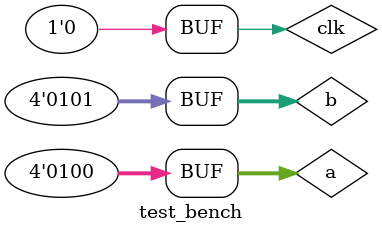
<source format=v>
module test_bench;

reg clk;
reg [3:0] a, b;
wire [3:0] s;
wire cout;

adder runadd(
    .a(a),
    .b(b),
    .clk(clk),
    .cout(cout),
    .s(s)
);

initial clk = 0;

initial begin
    $dumpfile("adder.vcd");
    $dumpvars(0,test_bench);
    a = 4;
    b = 5;
    #1 clk = 1;
    #1 clk = 0;
    #1 clk = 1;
    #1 clk = 0;
end

endmodule
</source>
